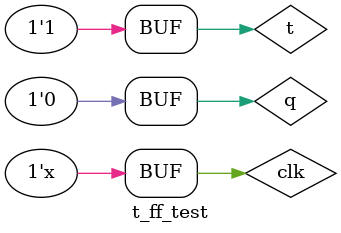
<source format=v>
`timescale 1ns / 1ps


module t_ff_test;

	// Inputs
	reg clk;
	reg t;

	// Outputs
	reg q;

	// Instantiate the Unit Under Test (UUT)
	t_ff ff1(q,clk,t);
	
	
		

	initial begin
		// Initialize Inputs
		clk = 0;
		t=1;
		q=0;
		end
		always 
		# 5 clk=~clk;
		
		
		
		

		// Wait 100 ns for global reset to finish
		
        
		// Add stimulus here


      
endmodule


</source>
